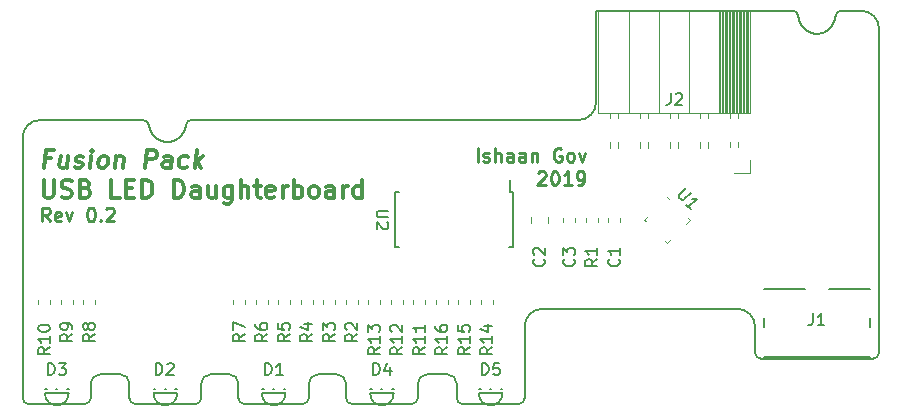
<source format=gbr>
%TF.GenerationSoftware,KiCad,Pcbnew,(5.0.0)*%
%TF.CreationDate,2019-04-13T23:36:30-04:00*%
%TF.ProjectId,Fusion USB Daughter Board,467573696F6E20555342204461756768,rev?*%
%TF.SameCoordinates,Original*%
%TF.FileFunction,Legend,Top*%
%TF.FilePolarity,Positive*%
%FSLAX46Y46*%
G04 Gerber Fmt 4.6, Leading zero omitted, Abs format (unit mm)*
G04 Created by KiCad (PCBNEW (5.0.0)) date 04/13/19 23:36:30*
%MOMM*%
%LPD*%
G01*
G04 APERTURE LIST*
%ADD10C,0.254000*%
%ADD11C,0.304800*%
%ADD12C,0.200000*%
%ADD13C,0.120000*%
%ADD14C,0.152400*%
%ADD15C,0.203200*%
%ADD16C,0.150000*%
G04 APERTURE END LIST*
D10*
X146278042Y-111832821D02*
X146278042Y-110689821D01*
X146767900Y-111778392D02*
X146876757Y-111832821D01*
X147094471Y-111832821D01*
X147203328Y-111778392D01*
X147257757Y-111669535D01*
X147257757Y-111615107D01*
X147203328Y-111506250D01*
X147094471Y-111451821D01*
X146931185Y-111451821D01*
X146822328Y-111397392D01*
X146767900Y-111288535D01*
X146767900Y-111234107D01*
X146822328Y-111125250D01*
X146931185Y-111070821D01*
X147094471Y-111070821D01*
X147203328Y-111125250D01*
X147747614Y-111832821D02*
X147747614Y-110689821D01*
X148237471Y-111832821D02*
X148237471Y-111234107D01*
X148183042Y-111125250D01*
X148074185Y-111070821D01*
X147910900Y-111070821D01*
X147802042Y-111125250D01*
X147747614Y-111179678D01*
X149271614Y-111832821D02*
X149271614Y-111234107D01*
X149217185Y-111125250D01*
X149108328Y-111070821D01*
X148890614Y-111070821D01*
X148781757Y-111125250D01*
X149271614Y-111778392D02*
X149162757Y-111832821D01*
X148890614Y-111832821D01*
X148781757Y-111778392D01*
X148727328Y-111669535D01*
X148727328Y-111560678D01*
X148781757Y-111451821D01*
X148890614Y-111397392D01*
X149162757Y-111397392D01*
X149271614Y-111342964D01*
X150305757Y-111832821D02*
X150305757Y-111234107D01*
X150251328Y-111125250D01*
X150142471Y-111070821D01*
X149924757Y-111070821D01*
X149815900Y-111125250D01*
X150305757Y-111778392D02*
X150196900Y-111832821D01*
X149924757Y-111832821D01*
X149815900Y-111778392D01*
X149761471Y-111669535D01*
X149761471Y-111560678D01*
X149815900Y-111451821D01*
X149924757Y-111397392D01*
X150196900Y-111397392D01*
X150305757Y-111342964D01*
X150850042Y-111070821D02*
X150850042Y-111832821D01*
X150850042Y-111179678D02*
X150904471Y-111125250D01*
X151013328Y-111070821D01*
X151176614Y-111070821D01*
X151285471Y-111125250D01*
X151339900Y-111234107D01*
X151339900Y-111832821D01*
X153353757Y-110744250D02*
X153244900Y-110689821D01*
X153081614Y-110689821D01*
X152918328Y-110744250D01*
X152809471Y-110853107D01*
X152755042Y-110961964D01*
X152700614Y-111179678D01*
X152700614Y-111342964D01*
X152755042Y-111560678D01*
X152809471Y-111669535D01*
X152918328Y-111778392D01*
X153081614Y-111832821D01*
X153190471Y-111832821D01*
X153353757Y-111778392D01*
X153408185Y-111723964D01*
X153408185Y-111342964D01*
X153190471Y-111342964D01*
X154061328Y-111832821D02*
X153952471Y-111778392D01*
X153898042Y-111723964D01*
X153843614Y-111615107D01*
X153843614Y-111288535D01*
X153898042Y-111179678D01*
X153952471Y-111125250D01*
X154061328Y-111070821D01*
X154224614Y-111070821D01*
X154333471Y-111125250D01*
X154387900Y-111179678D01*
X154442328Y-111288535D01*
X154442328Y-111615107D01*
X154387900Y-111723964D01*
X154333471Y-111778392D01*
X154224614Y-111832821D01*
X154061328Y-111832821D01*
X154823328Y-111070821D02*
X155095471Y-111832821D01*
X155367614Y-111070821D01*
X151394328Y-112767178D02*
X151448757Y-112712750D01*
X151557614Y-112658321D01*
X151829757Y-112658321D01*
X151938614Y-112712750D01*
X151993042Y-112767178D01*
X152047471Y-112876035D01*
X152047471Y-112984892D01*
X151993042Y-113148178D01*
X151339900Y-113801321D01*
X152047471Y-113801321D01*
X152755042Y-112658321D02*
X152863900Y-112658321D01*
X152972757Y-112712750D01*
X153027185Y-112767178D01*
X153081614Y-112876035D01*
X153136042Y-113093750D01*
X153136042Y-113365892D01*
X153081614Y-113583607D01*
X153027185Y-113692464D01*
X152972757Y-113746892D01*
X152863900Y-113801321D01*
X152755042Y-113801321D01*
X152646185Y-113746892D01*
X152591757Y-113692464D01*
X152537328Y-113583607D01*
X152482900Y-113365892D01*
X152482900Y-113093750D01*
X152537328Y-112876035D01*
X152591757Y-112767178D01*
X152646185Y-112712750D01*
X152755042Y-112658321D01*
X154224614Y-113801321D02*
X153571471Y-113801321D01*
X153898042Y-113801321D02*
X153898042Y-112658321D01*
X153789185Y-112821607D01*
X153680328Y-112930464D01*
X153571471Y-112984892D01*
X154768900Y-113801321D02*
X154986614Y-113801321D01*
X155095471Y-113746892D01*
X155149900Y-113692464D01*
X155258757Y-113529178D01*
X155313185Y-113311464D01*
X155313185Y-112876035D01*
X155258757Y-112767178D01*
X155204328Y-112712750D01*
X155095471Y-112658321D01*
X154877757Y-112658321D01*
X154768900Y-112712750D01*
X154714471Y-112767178D01*
X154660042Y-112876035D01*
X154660042Y-113148178D01*
X154714471Y-113257035D01*
X154768900Y-113311464D01*
X154877757Y-113365892D01*
X155095471Y-113365892D01*
X155204328Y-113311464D01*
X155258757Y-113257035D01*
X155313185Y-113148178D01*
X110050385Y-116881071D02*
X109669385Y-116336785D01*
X109397242Y-116881071D02*
X109397242Y-115738071D01*
X109832671Y-115738071D01*
X109941528Y-115792500D01*
X109995957Y-115846928D01*
X110050385Y-115955785D01*
X110050385Y-116119071D01*
X109995957Y-116227928D01*
X109941528Y-116282357D01*
X109832671Y-116336785D01*
X109397242Y-116336785D01*
X110975671Y-116826642D02*
X110866814Y-116881071D01*
X110649100Y-116881071D01*
X110540242Y-116826642D01*
X110485814Y-116717785D01*
X110485814Y-116282357D01*
X110540242Y-116173500D01*
X110649100Y-116119071D01*
X110866814Y-116119071D01*
X110975671Y-116173500D01*
X111030100Y-116282357D01*
X111030100Y-116391214D01*
X110485814Y-116500071D01*
X111411100Y-116119071D02*
X111683242Y-116881071D01*
X111955385Y-116119071D01*
X113479385Y-115738071D02*
X113588242Y-115738071D01*
X113697100Y-115792500D01*
X113751528Y-115846928D01*
X113805957Y-115955785D01*
X113860385Y-116173500D01*
X113860385Y-116445642D01*
X113805957Y-116663357D01*
X113751528Y-116772214D01*
X113697100Y-116826642D01*
X113588242Y-116881071D01*
X113479385Y-116881071D01*
X113370528Y-116826642D01*
X113316100Y-116772214D01*
X113261671Y-116663357D01*
X113207242Y-116445642D01*
X113207242Y-116173500D01*
X113261671Y-115955785D01*
X113316100Y-115846928D01*
X113370528Y-115792500D01*
X113479385Y-115738071D01*
X114350242Y-116772214D02*
X114404671Y-116826642D01*
X114350242Y-116881071D01*
X114295814Y-116826642D01*
X114350242Y-116772214D01*
X114350242Y-116881071D01*
X114840100Y-115846928D02*
X114894528Y-115792500D01*
X115003385Y-115738071D01*
X115275528Y-115738071D01*
X115384385Y-115792500D01*
X115438814Y-115846928D01*
X115493242Y-115955785D01*
X115493242Y-116064642D01*
X115438814Y-116227928D01*
X114785671Y-116881071D01*
X115493242Y-116881071D01*
D11*
X109520977Y-113370428D02*
X109520977Y-114604142D01*
X109593548Y-114749285D01*
X109666120Y-114821857D01*
X109811262Y-114894428D01*
X110101548Y-114894428D01*
X110246691Y-114821857D01*
X110319262Y-114749285D01*
X110391834Y-114604142D01*
X110391834Y-113370428D01*
X111044977Y-114821857D02*
X111262691Y-114894428D01*
X111625548Y-114894428D01*
X111770691Y-114821857D01*
X111843262Y-114749285D01*
X111915834Y-114604142D01*
X111915834Y-114459000D01*
X111843262Y-114313857D01*
X111770691Y-114241285D01*
X111625548Y-114168714D01*
X111335262Y-114096142D01*
X111190120Y-114023571D01*
X111117548Y-113951000D01*
X111044977Y-113805857D01*
X111044977Y-113660714D01*
X111117548Y-113515571D01*
X111190120Y-113443000D01*
X111335262Y-113370428D01*
X111698120Y-113370428D01*
X111915834Y-113443000D01*
X113076977Y-114096142D02*
X113294691Y-114168714D01*
X113367262Y-114241285D01*
X113439834Y-114386428D01*
X113439834Y-114604142D01*
X113367262Y-114749285D01*
X113294691Y-114821857D01*
X113149548Y-114894428D01*
X112568977Y-114894428D01*
X112568977Y-113370428D01*
X113076977Y-113370428D01*
X113222120Y-113443000D01*
X113294691Y-113515571D01*
X113367262Y-113660714D01*
X113367262Y-113805857D01*
X113294691Y-113951000D01*
X113222120Y-114023571D01*
X113076977Y-114096142D01*
X112568977Y-114096142D01*
X115979834Y-114894428D02*
X115254120Y-114894428D01*
X115254120Y-113370428D01*
X116487834Y-114096142D02*
X116995834Y-114096142D01*
X117213548Y-114894428D02*
X116487834Y-114894428D01*
X116487834Y-113370428D01*
X117213548Y-113370428D01*
X117866691Y-114894428D02*
X117866691Y-113370428D01*
X118229548Y-113370428D01*
X118447262Y-113443000D01*
X118592405Y-113588142D01*
X118664977Y-113733285D01*
X118737548Y-114023571D01*
X118737548Y-114241285D01*
X118664977Y-114531571D01*
X118592405Y-114676714D01*
X118447262Y-114821857D01*
X118229548Y-114894428D01*
X117866691Y-114894428D01*
X120551834Y-114894428D02*
X120551834Y-113370428D01*
X120914691Y-113370428D01*
X121132405Y-113443000D01*
X121277548Y-113588142D01*
X121350120Y-113733285D01*
X121422691Y-114023571D01*
X121422691Y-114241285D01*
X121350120Y-114531571D01*
X121277548Y-114676714D01*
X121132405Y-114821857D01*
X120914691Y-114894428D01*
X120551834Y-114894428D01*
X122728977Y-114894428D02*
X122728977Y-114096142D01*
X122656405Y-113951000D01*
X122511262Y-113878428D01*
X122220977Y-113878428D01*
X122075834Y-113951000D01*
X122728977Y-114821857D02*
X122583834Y-114894428D01*
X122220977Y-114894428D01*
X122075834Y-114821857D01*
X122003262Y-114676714D01*
X122003262Y-114531571D01*
X122075834Y-114386428D01*
X122220977Y-114313857D01*
X122583834Y-114313857D01*
X122728977Y-114241285D01*
X124107834Y-113878428D02*
X124107834Y-114894428D01*
X123454691Y-113878428D02*
X123454691Y-114676714D01*
X123527262Y-114821857D01*
X123672405Y-114894428D01*
X123890120Y-114894428D01*
X124035262Y-114821857D01*
X124107834Y-114749285D01*
X125486691Y-113878428D02*
X125486691Y-115112142D01*
X125414120Y-115257285D01*
X125341548Y-115329857D01*
X125196405Y-115402428D01*
X124978691Y-115402428D01*
X124833548Y-115329857D01*
X125486691Y-114821857D02*
X125341548Y-114894428D01*
X125051262Y-114894428D01*
X124906120Y-114821857D01*
X124833548Y-114749285D01*
X124760977Y-114604142D01*
X124760977Y-114168714D01*
X124833548Y-114023571D01*
X124906120Y-113951000D01*
X125051262Y-113878428D01*
X125341548Y-113878428D01*
X125486691Y-113951000D01*
X126212405Y-114894428D02*
X126212405Y-113370428D01*
X126865548Y-114894428D02*
X126865548Y-114096142D01*
X126792977Y-113951000D01*
X126647834Y-113878428D01*
X126430120Y-113878428D01*
X126284977Y-113951000D01*
X126212405Y-114023571D01*
X127373548Y-113878428D02*
X127954120Y-113878428D01*
X127591262Y-113370428D02*
X127591262Y-114676714D01*
X127663834Y-114821857D01*
X127808977Y-114894428D01*
X127954120Y-114894428D01*
X129042691Y-114821857D02*
X128897548Y-114894428D01*
X128607262Y-114894428D01*
X128462120Y-114821857D01*
X128389548Y-114676714D01*
X128389548Y-114096142D01*
X128462120Y-113951000D01*
X128607262Y-113878428D01*
X128897548Y-113878428D01*
X129042691Y-113951000D01*
X129115262Y-114096142D01*
X129115262Y-114241285D01*
X128389548Y-114386428D01*
X129768405Y-114894428D02*
X129768405Y-113878428D01*
X129768405Y-114168714D02*
X129840977Y-114023571D01*
X129913548Y-113951000D01*
X130058691Y-113878428D01*
X130203834Y-113878428D01*
X130711834Y-114894428D02*
X130711834Y-113370428D01*
X130711834Y-113951000D02*
X130856977Y-113878428D01*
X131147262Y-113878428D01*
X131292405Y-113951000D01*
X131364977Y-114023571D01*
X131437548Y-114168714D01*
X131437548Y-114604142D01*
X131364977Y-114749285D01*
X131292405Y-114821857D01*
X131147262Y-114894428D01*
X130856977Y-114894428D01*
X130711834Y-114821857D01*
X132308405Y-114894428D02*
X132163262Y-114821857D01*
X132090691Y-114749285D01*
X132018119Y-114604142D01*
X132018119Y-114168714D01*
X132090691Y-114023571D01*
X132163262Y-113951000D01*
X132308405Y-113878428D01*
X132526119Y-113878428D01*
X132671262Y-113951000D01*
X132743834Y-114023571D01*
X132816405Y-114168714D01*
X132816405Y-114604142D01*
X132743834Y-114749285D01*
X132671262Y-114821857D01*
X132526119Y-114894428D01*
X132308405Y-114894428D01*
X134122691Y-114894428D02*
X134122691Y-114096142D01*
X134050119Y-113951000D01*
X133904977Y-113878428D01*
X133614691Y-113878428D01*
X133469548Y-113951000D01*
X134122691Y-114821857D02*
X133977548Y-114894428D01*
X133614691Y-114894428D01*
X133469548Y-114821857D01*
X133396977Y-114676714D01*
X133396977Y-114531571D01*
X133469548Y-114386428D01*
X133614691Y-114313857D01*
X133977548Y-114313857D01*
X134122691Y-114241285D01*
X134848405Y-114894428D02*
X134848405Y-113878428D01*
X134848405Y-114168714D02*
X134920977Y-114023571D01*
X134993548Y-113951000D01*
X135138691Y-113878428D01*
X135283834Y-113878428D01*
X136444977Y-114894428D02*
X136444977Y-113370428D01*
X136444977Y-114821857D02*
X136299834Y-114894428D01*
X136009548Y-114894428D01*
X135864405Y-114821857D01*
X135791834Y-114749285D01*
X135719262Y-114604142D01*
X135719262Y-114168714D01*
X135791834Y-114023571D01*
X135864405Y-113951000D01*
X136009548Y-113878428D01*
X136299834Y-113878428D01*
X136444977Y-113951000D01*
X110137834Y-111556142D02*
X109629834Y-111556142D01*
X109530048Y-112354428D02*
X109720548Y-110830428D01*
X110446262Y-110830428D01*
X111616477Y-111338428D02*
X111489477Y-112354428D01*
X110963334Y-111338428D02*
X110863548Y-112136714D01*
X110917977Y-112281857D01*
X111054048Y-112354428D01*
X111271762Y-112354428D01*
X111425977Y-112281857D01*
X111507620Y-112209285D01*
X112151691Y-112281857D02*
X112287762Y-112354428D01*
X112578048Y-112354428D01*
X112732262Y-112281857D01*
X112822977Y-112136714D01*
X112832048Y-112064142D01*
X112777620Y-111919000D01*
X112641548Y-111846428D01*
X112423834Y-111846428D01*
X112287762Y-111773857D01*
X112233334Y-111628714D01*
X112242405Y-111556142D01*
X112333120Y-111411000D01*
X112487334Y-111338428D01*
X112705048Y-111338428D01*
X112841120Y-111411000D01*
X113448905Y-112354428D02*
X113575905Y-111338428D01*
X113639405Y-110830428D02*
X113557762Y-110903000D01*
X113621262Y-110975571D01*
X113702905Y-110903000D01*
X113639405Y-110830428D01*
X113621262Y-110975571D01*
X114392334Y-112354428D02*
X114256262Y-112281857D01*
X114192762Y-112209285D01*
X114138334Y-112064142D01*
X114192762Y-111628714D01*
X114283477Y-111483571D01*
X114365120Y-111411000D01*
X114519334Y-111338428D01*
X114737048Y-111338428D01*
X114873120Y-111411000D01*
X114936620Y-111483571D01*
X114991048Y-111628714D01*
X114936620Y-112064142D01*
X114845905Y-112209285D01*
X114764262Y-112281857D01*
X114610048Y-112354428D01*
X114392334Y-112354428D01*
X115680477Y-111338428D02*
X115553477Y-112354428D01*
X115662334Y-111483571D02*
X115743977Y-111411000D01*
X115898191Y-111338428D01*
X116115905Y-111338428D01*
X116251977Y-111411000D01*
X116306405Y-111556142D01*
X116206620Y-112354428D01*
X118093477Y-112354428D02*
X118283977Y-110830428D01*
X118864548Y-110830428D01*
X119000620Y-110903000D01*
X119064120Y-110975571D01*
X119118548Y-111120714D01*
X119091334Y-111338428D01*
X119000620Y-111483571D01*
X118918977Y-111556142D01*
X118764762Y-111628714D01*
X118184191Y-111628714D01*
X120270620Y-112354428D02*
X120370405Y-111556142D01*
X120315977Y-111411000D01*
X120179905Y-111338428D01*
X119889620Y-111338428D01*
X119735405Y-111411000D01*
X120279691Y-112281857D02*
X120125477Y-112354428D01*
X119762620Y-112354428D01*
X119626548Y-112281857D01*
X119572120Y-112136714D01*
X119590262Y-111991571D01*
X119680977Y-111846428D01*
X119835191Y-111773857D01*
X120198048Y-111773857D01*
X120352262Y-111701285D01*
X121658548Y-112281857D02*
X121504334Y-112354428D01*
X121214048Y-112354428D01*
X121077977Y-112281857D01*
X121014477Y-112209285D01*
X120960048Y-112064142D01*
X121014477Y-111628714D01*
X121105191Y-111483571D01*
X121186834Y-111411000D01*
X121341048Y-111338428D01*
X121631334Y-111338428D01*
X121767405Y-111411000D01*
X122302620Y-112354428D02*
X122493120Y-110830428D01*
X122520334Y-111773857D02*
X122883191Y-112354428D01*
X123010191Y-111338428D02*
X122357048Y-111919000D01*
D12*
X175844523Y-100731300D02*
X175874537Y-100710100D01*
X175248101Y-100977300D02*
X175283192Y-100970800D01*
X175035584Y-100998300D02*
X175071150Y-100997000D01*
X174787114Y-100983000D02*
X174822434Y-100987800D01*
X174409341Y-100873400D02*
X174442557Y-100887500D01*
X174247966Y-100790400D02*
X174279560Y-100808600D01*
X176071720Y-100541600D02*
X176097880Y-100514800D01*
X176097880Y-100514800D02*
X176123490Y-100487400D01*
X174751899Y-100977300D02*
X174787114Y-100983000D01*
X174543794Y-100925100D02*
X174578013Y-100935900D01*
X176045030Y-100567700D02*
X176071720Y-100541600D01*
X175990122Y-100617900D02*
X176017830Y-100593200D01*
X175814091Y-100751700D02*
X175844523Y-100731300D01*
X175961925Y-100642000D02*
X175990122Y-100617900D01*
X174928850Y-100997000D02*
X174964416Y-100998300D01*
X175318144Y-100963300D02*
X175352939Y-100955000D01*
X175933253Y-100665400D02*
X175961925Y-100642000D01*
X175106680Y-100994800D02*
X175142158Y-100991800D01*
X175142158Y-100991800D02*
X175177566Y-100987800D01*
X174857842Y-100991800D02*
X174893320Y-100994800D01*
X175071150Y-100997000D02*
X175106680Y-100994800D01*
X175904118Y-100688100D02*
X175933253Y-100665400D01*
X175456206Y-100925100D02*
X175490200Y-100913400D01*
X175874537Y-100710100D02*
X175904118Y-100688100D01*
X175783256Y-100771500D02*
X175814091Y-100751700D01*
X175752034Y-100790400D02*
X175783256Y-100771500D01*
X175623583Y-100858400D02*
X175656199Y-100842600D01*
X174578013Y-100935900D02*
X174612442Y-100945900D01*
X175387558Y-100945900D02*
X175421987Y-100935900D01*
X174376417Y-100858400D02*
X174409341Y-100873400D01*
X175352939Y-100955000D02*
X175387558Y-100945900D01*
X175283192Y-100970800D02*
X175318144Y-100963300D01*
X175212886Y-100983000D02*
X175248101Y-100977300D01*
X174647061Y-100955000D02*
X174681856Y-100963300D01*
X174893320Y-100994800D02*
X174928850Y-100997000D01*
X174822434Y-100987800D02*
X174857842Y-100991800D01*
X175720440Y-100808600D02*
X175752034Y-100790400D01*
X174612442Y-100945900D02*
X174647061Y-100955000D01*
X174311510Y-100826000D02*
X174343801Y-100842600D01*
X174681856Y-100963300D02*
X174716808Y-100970800D01*
X174343801Y-100842600D02*
X174376417Y-100858400D01*
X175177566Y-100987800D02*
X175212886Y-100983000D01*
X175688490Y-100826000D02*
X175720440Y-100808600D01*
X174716808Y-100970800D02*
X174751899Y-100977300D01*
X175656199Y-100842600D02*
X175688490Y-100826000D01*
X175490200Y-100913400D02*
X175523951Y-100900900D01*
X174509800Y-100913400D02*
X174543794Y-100925100D01*
X174964416Y-100998300D02*
X175000000Y-100998800D01*
X174279560Y-100808600D02*
X174311510Y-100826000D01*
X175421987Y-100935900D02*
X175456206Y-100925100D01*
X175523951Y-100900900D02*
X175557443Y-100887500D01*
X174442557Y-100887500D02*
X174476049Y-100900900D01*
X175000000Y-100998800D02*
X175035584Y-100998300D01*
X175557443Y-100887500D02*
X175590659Y-100873400D01*
X176017830Y-100593200D02*
X176045030Y-100567700D01*
X175590659Y-100873400D02*
X175623583Y-100858400D01*
X174476049Y-100900900D02*
X174509800Y-100913400D01*
X121071400Y-109698700D02*
X121096800Y-109672700D01*
X120541500Y-110050700D02*
X120573900Y-110037400D01*
X119965500Y-110155100D02*
X120000000Y-110155500D01*
X120342600Y-110114300D02*
X120376200Y-110105700D01*
X119759200Y-110135300D02*
X119793400Y-110140700D01*
X119590300Y-110096300D02*
X119623800Y-110105700D01*
X121045500Y-109724000D02*
X121071400Y-109698700D01*
X120103500Y-110151800D02*
X120137900Y-110148900D01*
X120069000Y-110153900D02*
X120103500Y-110151800D01*
X120034500Y-110155100D02*
X120069000Y-110153900D01*
X119896500Y-110151800D02*
X119931000Y-110153900D01*
X119268600Y-109959200D02*
X119299500Y-109976300D01*
X121019100Y-109748700D02*
X121045500Y-109724000D01*
X120240800Y-110135300D02*
X120274800Y-110129100D01*
X119557000Y-110086100D02*
X119590300Y-110096300D01*
X119238100Y-109941300D02*
X119268600Y-109959200D01*
X119491100Y-110063300D02*
X119524000Y-110075100D01*
X120606000Y-110023300D02*
X120637800Y-110008400D01*
X119207900Y-109922700D02*
X119238100Y-109941300D01*
X120992200Y-109772800D02*
X121019100Y-109748700D01*
X120409700Y-110096300D02*
X120443000Y-110086100D01*
X120443000Y-110086100D02*
X120476000Y-110075100D01*
X120172300Y-110145200D02*
X120206600Y-110140700D01*
X120731400Y-109959200D02*
X120761900Y-109941300D01*
X120376200Y-110105700D02*
X120409700Y-110096300D01*
X119119700Y-109862600D02*
X119148700Y-109883300D01*
X120964900Y-109796300D02*
X120992200Y-109772800D01*
X120937200Y-109819000D02*
X120964900Y-109796300D01*
X120909000Y-109841100D02*
X120937200Y-109819000D01*
X120880300Y-109862600D02*
X120909000Y-109841100D01*
X120851300Y-109883300D02*
X120880300Y-109862600D01*
X120669300Y-109992700D02*
X120700500Y-109976300D01*
X119931000Y-110153900D02*
X119965500Y-110155100D01*
X119725200Y-110129100D02*
X119759200Y-110135300D01*
X120637800Y-110008400D02*
X120669300Y-109992700D01*
X120573900Y-110037400D02*
X120606000Y-110023300D01*
X120508900Y-110063300D02*
X120541500Y-110050700D01*
X119394000Y-110023300D02*
X119426100Y-110037400D01*
X120206600Y-110140700D02*
X120240800Y-110135300D01*
X119330700Y-109992700D02*
X119362200Y-110008400D01*
X120137900Y-110148900D02*
X120172300Y-110145200D01*
X119691200Y-110122100D02*
X119725200Y-110129100D01*
X119524000Y-110075100D02*
X119557000Y-110086100D01*
X119657400Y-110114300D02*
X119691200Y-110122100D01*
X119362200Y-110008400D02*
X119394000Y-110023300D01*
X120792100Y-109922700D02*
X120821900Y-109903300D01*
X120761900Y-109941300D02*
X120792100Y-109922700D01*
X120476000Y-110075100D02*
X120508900Y-110063300D01*
X119299500Y-109976300D02*
X119330700Y-109992700D01*
X120700500Y-109976300D02*
X120731400Y-109959200D01*
X120274800Y-110129100D02*
X120308800Y-110122100D01*
X119862100Y-110148900D02*
X119896500Y-110151800D01*
X119623800Y-110105700D02*
X119657400Y-110114300D01*
X119458500Y-110050700D02*
X119491100Y-110063300D01*
X119426100Y-110037400D02*
X119458500Y-110050700D01*
X119091000Y-109841100D02*
X119119700Y-109862600D01*
X120308800Y-110122100D02*
X120342600Y-110114300D01*
X119793400Y-110140700D02*
X119827700Y-110145200D01*
X119062800Y-109819000D02*
X119091000Y-109841100D01*
X119148700Y-109883300D02*
X119178100Y-109903300D01*
X120821900Y-109903300D02*
X120851300Y-109883300D01*
X120000000Y-110155500D02*
X120034500Y-110155100D01*
X119178100Y-109903300D02*
X119207900Y-109922700D01*
X119827700Y-110145200D02*
X119862100Y-110148900D01*
X176327570Y-100214200D02*
X176347110Y-100181200D01*
X176220260Y-100371600D02*
X176242980Y-100341200D01*
X176196950Y-100401400D02*
X176220260Y-100371600D01*
X118451500Y-108826800D02*
X118460600Y-108863800D01*
X176265070Y-100310200D02*
X176286550Y-100278700D01*
X176527100Y-99752900D02*
X176537340Y-99715100D01*
X176401670Y-100079400D02*
X176418480Y-100044600D01*
X176148550Y-100459300D02*
X176173040Y-100430700D01*
X118460600Y-108863800D02*
X118470400Y-108900600D01*
X176577050Y-99522700D02*
X176582670Y-99483700D01*
X176537340Y-99715100D02*
X176546820Y-99677100D01*
X118573700Y-109184400D02*
X118589700Y-109218400D01*
X118954500Y-109724000D02*
X118980900Y-109748700D01*
X118980900Y-109748700D02*
X119007800Y-109772800D01*
X118928600Y-109698700D02*
X118954500Y-109724000D01*
X118762000Y-109504700D02*
X118784200Y-109534100D01*
X118903200Y-109672700D02*
X118928600Y-109698700D01*
X118878400Y-109646100D02*
X118903200Y-109672700D01*
X118854000Y-109619000D02*
X118878400Y-109646100D01*
X118830200Y-109591200D02*
X118854000Y-109619000D01*
X176478640Y-99901400D02*
X176491870Y-99864800D01*
X118558400Y-109150100D02*
X118573700Y-109184400D01*
X118492000Y-108973300D02*
X118503900Y-109009300D01*
X118435600Y-108752300D02*
X118443200Y-108789700D01*
X176563480Y-99600300D02*
X176570650Y-99561600D01*
X176434590Y-100009300D02*
X176450000Y-99973700D01*
X176464680Y-99937800D02*
X176478640Y-99901400D01*
X176384160Y-100113700D02*
X176401670Y-100079400D01*
X176347110Y-100181200D02*
X176365970Y-100147700D01*
X176418480Y-100044600D02*
X176434590Y-100009300D01*
X176504360Y-99827800D02*
X176516100Y-99790500D01*
X176173040Y-100430700D02*
X176196950Y-100401400D01*
X176242980Y-100341200D02*
X176265070Y-100310200D01*
X118443200Y-108789700D02*
X118451500Y-108826800D01*
X176516100Y-99790500D02*
X176527100Y-99752900D01*
X118806900Y-109563000D02*
X118830200Y-109591200D01*
X118543700Y-109115400D02*
X118558400Y-109150100D01*
X118784200Y-109534100D02*
X118806900Y-109563000D01*
X118719400Y-109444400D02*
X118740400Y-109474800D01*
X118699000Y-109413500D02*
X118719400Y-109444400D01*
X118529800Y-109080400D02*
X118543700Y-109115400D01*
X118660100Y-109350200D02*
X118679200Y-109382100D01*
X118623600Y-109285200D02*
X118641500Y-109317900D01*
X118606300Y-109252000D02*
X118623600Y-109285200D01*
X176307380Y-100246700D02*
X176327570Y-100214200D01*
X118503900Y-109009300D02*
X118516500Y-109045000D01*
X118470400Y-108900600D02*
X118480800Y-108937100D01*
X118428700Y-108714700D02*
X118435600Y-108752300D01*
X176546820Y-99677100D02*
X176555540Y-99638800D01*
X176123490Y-100487400D02*
X176148550Y-100459300D01*
X176570650Y-99561600D02*
X176577050Y-99522700D01*
X176491870Y-99864800D02*
X176504360Y-99827800D01*
X176286550Y-100278700D02*
X176307380Y-100246700D01*
X176365970Y-100147700D02*
X176384160Y-100113700D01*
X119035100Y-109796300D02*
X119062800Y-109819000D01*
X118589700Y-109218400D02*
X118606300Y-109252000D01*
X119007800Y-109772800D02*
X119035100Y-109796300D01*
X118740400Y-109474800D02*
X118762000Y-109504700D01*
X118480800Y-108937100D02*
X118492000Y-108973300D01*
X176555540Y-99638800D02*
X176563480Y-99600300D01*
X118679200Y-109382100D02*
X118699000Y-109413500D01*
X118641500Y-109317900D02*
X118660100Y-109350200D01*
X118516500Y-109045000D02*
X118529800Y-109080400D01*
X176450000Y-99973700D02*
X176464680Y-99937800D01*
X121441600Y-109150100D02*
X121456300Y-109115400D01*
X121358500Y-109317900D02*
X121376400Y-109285200D01*
X121339900Y-109350200D02*
X121358500Y-109317900D01*
X121393700Y-109252000D02*
X121410300Y-109218400D01*
X121496100Y-109009300D02*
X121508000Y-108973300D01*
X121301000Y-109413500D02*
X121320800Y-109382100D01*
X121121600Y-109646100D02*
X121146000Y-109619000D01*
X121548500Y-108826800D02*
X121556800Y-108789700D01*
X121564400Y-108752300D02*
X121571300Y-108714700D01*
X121519200Y-108937100D02*
X121529600Y-108900600D01*
X121215800Y-109534100D02*
X121238000Y-109504700D01*
X121539400Y-108863800D02*
X121548500Y-108826800D01*
X121483500Y-109045000D02*
X121496100Y-109009300D01*
X121456300Y-109115400D02*
X121470200Y-109080400D01*
X121508000Y-108973300D02*
X121519200Y-108937100D01*
X121146000Y-109619000D02*
X121169800Y-109591200D01*
X121320800Y-109382100D02*
X121339900Y-109350200D01*
X121376400Y-109285200D02*
X121393700Y-109252000D01*
X121426300Y-109184400D02*
X121441600Y-109150100D01*
X121259600Y-109474800D02*
X121280600Y-109444400D01*
X121280600Y-109444400D02*
X121301000Y-109413500D01*
X121556800Y-108789700D02*
X121564400Y-108752300D01*
X121410300Y-109218400D02*
X121426300Y-109184400D01*
X121470200Y-109080400D02*
X121483500Y-109045000D01*
X121169800Y-109591200D02*
X121193100Y-109563000D01*
X121096800Y-109672700D02*
X121121600Y-109646100D01*
X121238000Y-109504700D02*
X121259600Y-109474800D01*
X121529600Y-108900600D02*
X121539400Y-108863800D01*
X121193100Y-109563000D02*
X121215800Y-109534100D01*
X117936045Y-108299999D02*
G75*
G02X118428722Y-108714735I0J-500001D01*
G01*
X107750476Y-109800000D02*
G75*
G02X109250476Y-108300000I1500000J0D01*
G01*
X108250476Y-132350000D02*
X113014721Y-132350000D01*
X108250476Y-132350000D02*
G75*
G02X107750476Y-131850000I0J500000D01*
G01*
X117936045Y-108300000D02*
X109250476Y-108300000D01*
X107750476Y-109800000D02*
X107750476Y-131850000D01*
X113514721Y-131850000D02*
G75*
G02X113014721Y-132350000I-500000J0D01*
G01*
X174125463Y-100710100D02*
X174155477Y-100731300D01*
X173928280Y-100541600D02*
X173954970Y-100567700D01*
X174095882Y-100688100D02*
X174125463Y-100710100D01*
X174066747Y-100665400D02*
X174095882Y-100688100D01*
X174038075Y-100642000D02*
X174066747Y-100665400D01*
X173713450Y-100278700D02*
X173734930Y-100310200D01*
X173565410Y-100009300D02*
X173581520Y-100044600D01*
X173757020Y-100341200D02*
X173779740Y-100371600D01*
X174009878Y-100617900D02*
X174038075Y-100642000D01*
X173672430Y-100214200D02*
X173692620Y-100246700D01*
X173615840Y-100113700D02*
X173634030Y-100147700D01*
X173851450Y-100459300D02*
X173876510Y-100487400D01*
X173652890Y-100181200D02*
X173672430Y-100214200D01*
X174216744Y-100771500D02*
X174247966Y-100790400D01*
X174185909Y-100751700D02*
X174216744Y-100771500D01*
X174155477Y-100731300D02*
X174185909Y-100751700D01*
X173634030Y-100147700D02*
X173652890Y-100181200D01*
X173734930Y-100310200D02*
X173757020Y-100341200D01*
X173598330Y-100079400D02*
X173615840Y-100113700D01*
X173982170Y-100593200D02*
X174009878Y-100617900D01*
X173954970Y-100567700D02*
X173982170Y-100593200D01*
X173692620Y-100246700D02*
X173713450Y-100278700D01*
X173581520Y-100044600D02*
X173598330Y-100079400D01*
X173826960Y-100430700D02*
X173851450Y-100459300D01*
X173779740Y-100371600D02*
X173803050Y-100401400D01*
X173803050Y-100401400D02*
X173826960Y-100430700D01*
X173876510Y-100487400D02*
X173902120Y-100514800D01*
X173902120Y-100514800D02*
X173928280Y-100541600D01*
X126523615Y-132350000D02*
X131476385Y-132350000D01*
X172921746Y-99050000D02*
X156300000Y-99050000D01*
X172921746Y-99050000D02*
G75*
G02X173417335Y-99483729I0J-500000D01*
G01*
X170250000Y-128500000D02*
X179750000Y-128500000D01*
X173550000Y-99973700D02*
X173565410Y-100009300D01*
X173535320Y-99937800D02*
X173550000Y-99973700D01*
X173444460Y-99638800D02*
X173453180Y-99677100D01*
X125273615Y-129850000D02*
G75*
G02X126023615Y-130600000I0J-750000D01*
G01*
X173417330Y-99483700D02*
X173422950Y-99522700D01*
X156300000Y-106800000D02*
G75*
G02X154800000Y-108300000I-1500000J0D01*
G01*
X150249524Y-125789340D02*
G75*
G02X151749524Y-124289340I1500000J0D01*
G01*
X180250000Y-128000000D02*
X180250000Y-100550000D01*
X180250000Y-128000000D02*
G75*
G02X179750000Y-128500000I-500000J0D01*
G01*
X117296238Y-132350000D02*
X122370701Y-132350000D01*
X141203762Y-131850000D02*
X141203762Y-130600000D01*
X173521360Y-99901400D02*
X173535320Y-99937800D01*
X123620701Y-129850000D02*
X125273615Y-129850000D01*
X122870701Y-131850000D02*
G75*
G02X122370701Y-132350000I-500000J0D01*
G01*
X122870701Y-130600000D02*
G75*
G02X123620701Y-129850000I750000J0D01*
G01*
X173508130Y-99864800D02*
X173521360Y-99901400D01*
X132726385Y-129850000D02*
X134379299Y-129850000D01*
X173495640Y-99827800D02*
X173508130Y-99864800D01*
X173472900Y-99752900D02*
X173483900Y-99790500D01*
X173436520Y-99600300D02*
X173444460Y-99638800D01*
X173462660Y-99715100D02*
X173472900Y-99752900D01*
X173429350Y-99561600D02*
X173436520Y-99600300D01*
X113514721Y-130600000D02*
G75*
G02X114264721Y-129850000I750000J0D01*
G01*
X141203762Y-131850000D02*
G75*
G02X140703762Y-132350000I-500000J0D01*
G01*
X150249524Y-131850000D02*
G75*
G02X149749524Y-132350000I-500000J0D01*
G01*
X135129299Y-130600000D02*
X135129299Y-131850000D01*
X122870701Y-131850000D02*
X122870701Y-130600000D01*
X134379299Y-129850000D02*
G75*
G02X135129299Y-130600000I0J-750000D01*
G01*
X173422950Y-99522700D02*
X173429350Y-99561600D01*
X144985279Y-132350000D02*
X149749524Y-132350000D01*
X143735279Y-129850000D02*
G75*
G02X144485279Y-130600000I0J-750000D01*
G01*
X135629299Y-132350000D02*
X140703762Y-132350000D01*
X156300000Y-99050000D02*
X156300000Y-106800000D01*
X169750000Y-125789340D02*
X169750000Y-128000000D01*
X131976385Y-131850000D02*
G75*
G02X131476385Y-132350000I-500000J0D01*
G01*
X126023615Y-130600000D02*
X126023615Y-131850000D01*
X150249524Y-131850000D02*
X150249524Y-125789340D01*
X173453180Y-99677100D02*
X173462660Y-99715100D01*
X178750000Y-99050000D02*
G75*
G02X180250000Y-100550000I0J-1500000D01*
G01*
X126523615Y-132350000D02*
G75*
G02X126023615Y-131850000I0J500000D01*
G01*
X116796238Y-130600000D02*
X116796238Y-131850000D01*
X176582665Y-99483729D02*
G75*
G02X177078254Y-99050000I495589J-66271D01*
G01*
X178750000Y-99050000D02*
X177078254Y-99050000D01*
X170250000Y-128500000D02*
G75*
G02X169750000Y-128000000I0J500000D01*
G01*
X168250000Y-124289340D02*
G75*
G02X169750000Y-125789340I0J-1500000D01*
G01*
X135629299Y-132350000D02*
G75*
G02X135129299Y-131850000I0J500000D01*
G01*
X131976385Y-130600000D02*
G75*
G02X132726385Y-129850000I750000J0D01*
G01*
X116046238Y-129850000D02*
G75*
G02X116796238Y-130600000I0J-750000D01*
G01*
X141953762Y-129850000D02*
X143735279Y-129850000D01*
X141203762Y-130600000D02*
G75*
G02X141953762Y-129850000I750000J0D01*
G01*
X114264721Y-129850000D02*
X116046238Y-129850000D01*
X117296238Y-132350000D02*
G75*
G02X116796238Y-131850000I0J500000D01*
G01*
X131976385Y-131850000D02*
X131976385Y-130600000D01*
X151749524Y-124289340D02*
X168250000Y-124289340D01*
X173483900Y-99790500D02*
X173495640Y-99827800D01*
X121571279Y-108714735D02*
G75*
G02X122063955Y-108300000I492676J-85265D01*
G01*
X113514721Y-131850000D02*
X113514721Y-130600000D01*
X154800000Y-108300000D02*
X122063955Y-108300000D01*
X144985279Y-132350000D02*
G75*
G02X144485279Y-131850000I0J500000D01*
G01*
X144485279Y-130600000D02*
X144485279Y-131850000D01*
D13*
X162448492Y-114956020D02*
X162300000Y-114807527D01*
X162151508Y-118533980D02*
X162300000Y-118682473D01*
X162300000Y-118682473D02*
X162625269Y-118357203D01*
X160362527Y-116745000D02*
X160687797Y-116419731D01*
X160511020Y-116893492D02*
X160362527Y-116745000D01*
X164088980Y-116596508D02*
X164237473Y-116745000D01*
X164237473Y-116745000D02*
X163912203Y-117070269D01*
X158365000Y-116916267D02*
X158365000Y-116573733D01*
X157345000Y-116916267D02*
X157345000Y-116573733D01*
X150795000Y-117006252D02*
X150795000Y-116483748D01*
X152215000Y-117006252D02*
X152215000Y-116483748D01*
X153535000Y-116916267D02*
X153535000Y-116573733D01*
X154555000Y-116916267D02*
X154555000Y-116573733D01*
D14*
X128000000Y-131050000D02*
X128150000Y-131050000D01*
X128950000Y-131050000D02*
X129050000Y-131050000D01*
X129850000Y-131050000D02*
X130000000Y-131050000D01*
X130000000Y-131450000D02*
X128000000Y-131450000D01*
X130000000Y-131450000D02*
G75*
G02X128000000Y-131450000I-1000000J0D01*
G01*
X120833000Y-131450000D02*
G75*
G02X118833000Y-131450000I-1000000J0D01*
G01*
X120833000Y-131450000D02*
X118833000Y-131450000D01*
X120683000Y-131050000D02*
X120833000Y-131050000D01*
X119783000Y-131050000D02*
X119883000Y-131050000D01*
X118833000Y-131050000D02*
X118983000Y-131050000D01*
X109633000Y-131050000D02*
X109783000Y-131050000D01*
X110583000Y-131050000D02*
X110683000Y-131050000D01*
X111483000Y-131050000D02*
X111633000Y-131050000D01*
X111633000Y-131450000D02*
X109633000Y-131450000D01*
X111633000Y-131450000D02*
G75*
G02X109633000Y-131450000I-1000000J0D01*
G01*
X139167000Y-131450000D02*
G75*
G02X137167000Y-131450000I-1000000J0D01*
G01*
X139167000Y-131450000D02*
X137167000Y-131450000D01*
X139017000Y-131050000D02*
X139167000Y-131050000D01*
X138117000Y-131050000D02*
X138217000Y-131050000D01*
X137167000Y-131050000D02*
X137317000Y-131050000D01*
X146367000Y-131050000D02*
X146517000Y-131050000D01*
X147317000Y-131050000D02*
X147417000Y-131050000D01*
X148217000Y-131050000D02*
X148367000Y-131050000D01*
X148367000Y-131450000D02*
X146367000Y-131450000D01*
X148367000Y-131450000D02*
G75*
G02X146367000Y-131450000I-1000000J0D01*
G01*
D15*
X176000000Y-122600000D02*
X179500000Y-122600000D01*
X170500000Y-122600000D02*
X174000000Y-122600000D01*
X170500000Y-125850000D02*
X170500000Y-125100000D01*
X179500000Y-125850000D02*
X179500000Y-125100000D01*
X179500000Y-128350000D02*
X170500000Y-128350000D01*
D13*
X169190000Y-99060000D02*
X169190000Y-107690000D01*
X169071905Y-99060000D02*
X169071905Y-107690000D01*
X168953810Y-99060000D02*
X168953810Y-107690000D01*
X168835715Y-99060000D02*
X168835715Y-107690000D01*
X168717620Y-99060000D02*
X168717620Y-107690000D01*
X168599525Y-99060000D02*
X168599525Y-107690000D01*
X168481430Y-99060000D02*
X168481430Y-107690000D01*
X168363335Y-99060000D02*
X168363335Y-107690000D01*
X168245240Y-99060000D02*
X168245240Y-107690000D01*
X168127145Y-99060000D02*
X168127145Y-107690000D01*
X168009050Y-99060000D02*
X168009050Y-107690000D01*
X167890955Y-99060000D02*
X167890955Y-107690000D01*
X167772860Y-99060000D02*
X167772860Y-107690000D01*
X167654765Y-99060000D02*
X167654765Y-107690000D01*
X167536670Y-99060000D02*
X167536670Y-107690000D01*
X167418575Y-99060000D02*
X167418575Y-107690000D01*
X167300480Y-99060000D02*
X167300480Y-107690000D01*
X167182385Y-99060000D02*
X167182385Y-107690000D01*
X167064290Y-99060000D02*
X167064290Y-107690000D01*
X166946195Y-99060000D02*
X166946195Y-107690000D01*
X166828100Y-99060000D02*
X166828100Y-107690000D01*
X168340000Y-107690000D02*
X168340000Y-108100000D01*
X168340000Y-110200000D02*
X168340000Y-110580000D01*
X167620000Y-107690000D02*
X167620000Y-108100000D01*
X167620000Y-110200000D02*
X167620000Y-110580000D01*
X165800000Y-107690000D02*
X165800000Y-108100000D01*
X165800000Y-110200000D02*
X165800000Y-110640000D01*
X165080000Y-107690000D02*
X165080000Y-108100000D01*
X165080000Y-110200000D02*
X165080000Y-110640000D01*
X163260000Y-107690000D02*
X163260000Y-108100000D01*
X163260000Y-110200000D02*
X163260000Y-110640000D01*
X162540000Y-107690000D02*
X162540000Y-108100000D01*
X162540000Y-110200000D02*
X162540000Y-110640000D01*
X160720000Y-107690000D02*
X160720000Y-108100000D01*
X160720000Y-110200000D02*
X160720000Y-110640000D01*
X160000000Y-107690000D02*
X160000000Y-108100000D01*
X160000000Y-110200000D02*
X160000000Y-110640000D01*
X158180000Y-107690000D02*
X158180000Y-108100000D01*
X158180000Y-110200000D02*
X158180000Y-110640000D01*
X157460000Y-107690000D02*
X157460000Y-108100000D01*
X157460000Y-110200000D02*
X157460000Y-110640000D01*
X166710000Y-99060000D02*
X166710000Y-107690000D01*
X164170000Y-99060000D02*
X164170000Y-107690000D01*
X161630000Y-99060000D02*
X161630000Y-107690000D01*
X159090000Y-99060000D02*
X159090000Y-107690000D01*
X169310000Y-99060000D02*
X169310000Y-107690000D01*
X169310000Y-107690000D02*
X156490000Y-107690000D01*
X156490000Y-99060000D02*
X156490000Y-107690000D01*
X169310000Y-99060000D02*
X156490000Y-99060000D01*
X169310000Y-112800000D02*
X167980000Y-112800000D01*
X169310000Y-111690000D02*
X169310000Y-112800000D01*
X156460000Y-116916267D02*
X156460000Y-116573733D01*
X155440000Y-116916267D02*
X155440000Y-116573733D01*
X135120000Y-123901267D02*
X135120000Y-123558733D01*
X136140000Y-123901267D02*
X136140000Y-123558733D01*
X133215000Y-123901267D02*
X133215000Y-123558733D01*
X134235000Y-123901267D02*
X134235000Y-123558733D01*
X132330000Y-123901267D02*
X132330000Y-123558733D01*
X131310000Y-123901267D02*
X131310000Y-123558733D01*
X129405000Y-123901267D02*
X129405000Y-123558733D01*
X130425000Y-123901267D02*
X130425000Y-123558733D01*
X128520000Y-123901267D02*
X128520000Y-123558733D01*
X127500000Y-123901267D02*
X127500000Y-123558733D01*
X125595000Y-123901267D02*
X125595000Y-123558733D01*
X126615000Y-123901267D02*
X126615000Y-123558733D01*
X113915000Y-123901267D02*
X113915000Y-123558733D01*
X112895000Y-123901267D02*
X112895000Y-123558733D01*
X112010000Y-123901267D02*
X112010000Y-123558733D01*
X110990000Y-123901267D02*
X110990000Y-123558733D01*
X109085000Y-123901267D02*
X109085000Y-123558733D01*
X110105000Y-123901267D02*
X110105000Y-123558733D01*
X140835000Y-123901267D02*
X140835000Y-123558733D01*
X141855000Y-123901267D02*
X141855000Y-123558733D01*
X138930000Y-123901267D02*
X138930000Y-123558733D01*
X139950000Y-123901267D02*
X139950000Y-123558733D01*
X138045000Y-123901267D02*
X138045000Y-123558733D01*
X137025000Y-123901267D02*
X137025000Y-123558733D01*
X147570000Y-123901267D02*
X147570000Y-123558733D01*
X146550000Y-123901267D02*
X146550000Y-123558733D01*
X145665000Y-123901267D02*
X145665000Y-123558733D01*
X144645000Y-123901267D02*
X144645000Y-123558733D01*
X142740000Y-123901267D02*
X142740000Y-123558733D01*
X143760000Y-123901267D02*
X143760000Y-123558733D01*
D16*
X149241000Y-114420000D02*
X149016000Y-114420000D01*
X149241000Y-119070000D02*
X148916000Y-119070000D01*
X139291000Y-119070000D02*
X139616000Y-119070000D01*
X139291000Y-114420000D02*
X139616000Y-114420000D01*
X149241000Y-114420000D02*
X149241000Y-119070000D01*
X139291000Y-114420000D02*
X139291000Y-119070000D01*
X149016000Y-114420000D02*
X149016000Y-113345000D01*
X163916244Y-114051259D02*
X163343824Y-114623679D01*
X163310152Y-114724694D01*
X163310152Y-114792038D01*
X163343824Y-114893053D01*
X163478511Y-115027740D01*
X163579526Y-115061412D01*
X163646870Y-115061412D01*
X163747885Y-115027740D01*
X164320305Y-114455320D01*
X164320305Y-115869534D02*
X163916244Y-115465473D01*
X164118274Y-115667503D02*
X164825381Y-114960397D01*
X164657022Y-114994068D01*
X164522335Y-114994068D01*
X164421320Y-114960397D01*
X158212142Y-120086666D02*
X158259761Y-120134285D01*
X158307380Y-120277142D01*
X158307380Y-120372380D01*
X158259761Y-120515238D01*
X158164523Y-120610476D01*
X158069285Y-120658095D01*
X157878809Y-120705714D01*
X157735952Y-120705714D01*
X157545476Y-120658095D01*
X157450238Y-120610476D01*
X157355000Y-120515238D01*
X157307380Y-120372380D01*
X157307380Y-120277142D01*
X157355000Y-120134285D01*
X157402619Y-120086666D01*
X158307380Y-119134285D02*
X158307380Y-119705714D01*
X158307380Y-119420000D02*
X157307380Y-119420000D01*
X157450238Y-119515238D01*
X157545476Y-119610476D01*
X157593095Y-119705714D01*
X151862142Y-120086666D02*
X151909761Y-120134285D01*
X151957380Y-120277142D01*
X151957380Y-120372380D01*
X151909761Y-120515238D01*
X151814523Y-120610476D01*
X151719285Y-120658095D01*
X151528809Y-120705714D01*
X151385952Y-120705714D01*
X151195476Y-120658095D01*
X151100238Y-120610476D01*
X151005000Y-120515238D01*
X150957380Y-120372380D01*
X150957380Y-120277142D01*
X151005000Y-120134285D01*
X151052619Y-120086666D01*
X151052619Y-119705714D02*
X151005000Y-119658095D01*
X150957380Y-119562857D01*
X150957380Y-119324761D01*
X151005000Y-119229523D01*
X151052619Y-119181904D01*
X151147857Y-119134285D01*
X151243095Y-119134285D01*
X151385952Y-119181904D01*
X151957380Y-119753333D01*
X151957380Y-119134285D01*
X154402142Y-120086666D02*
X154449761Y-120134285D01*
X154497380Y-120277142D01*
X154497380Y-120372380D01*
X154449761Y-120515238D01*
X154354523Y-120610476D01*
X154259285Y-120658095D01*
X154068809Y-120705714D01*
X153925952Y-120705714D01*
X153735476Y-120658095D01*
X153640238Y-120610476D01*
X153545000Y-120515238D01*
X153497380Y-120372380D01*
X153497380Y-120277142D01*
X153545000Y-120134285D01*
X153592619Y-120086666D01*
X153497380Y-119753333D02*
X153497380Y-119134285D01*
X153878333Y-119467619D01*
X153878333Y-119324761D01*
X153925952Y-119229523D01*
X153973571Y-119181904D01*
X154068809Y-119134285D01*
X154306904Y-119134285D01*
X154402142Y-119181904D01*
X154449761Y-119229523D01*
X154497380Y-119324761D01*
X154497380Y-119610476D01*
X154449761Y-119705714D01*
X154402142Y-119753333D01*
X128261904Y-129897380D02*
X128261904Y-128897380D01*
X128500000Y-128897380D01*
X128642857Y-128945000D01*
X128738095Y-129040238D01*
X128785714Y-129135476D01*
X128833333Y-129325952D01*
X128833333Y-129468809D01*
X128785714Y-129659285D01*
X128738095Y-129754523D01*
X128642857Y-129849761D01*
X128500000Y-129897380D01*
X128261904Y-129897380D01*
X129785714Y-129897380D02*
X129214285Y-129897380D01*
X129500000Y-129897380D02*
X129500000Y-128897380D01*
X129404761Y-129040238D01*
X129309523Y-129135476D01*
X129214285Y-129183095D01*
X119016904Y-129897380D02*
X119016904Y-128897380D01*
X119255000Y-128897380D01*
X119397857Y-128945000D01*
X119493095Y-129040238D01*
X119540714Y-129135476D01*
X119588333Y-129325952D01*
X119588333Y-129468809D01*
X119540714Y-129659285D01*
X119493095Y-129754523D01*
X119397857Y-129849761D01*
X119255000Y-129897380D01*
X119016904Y-129897380D01*
X119969285Y-128992619D02*
X120016904Y-128945000D01*
X120112142Y-128897380D01*
X120350238Y-128897380D01*
X120445476Y-128945000D01*
X120493095Y-128992619D01*
X120540714Y-129087857D01*
X120540714Y-129183095D01*
X120493095Y-129325952D01*
X119921666Y-129897380D01*
X120540714Y-129897380D01*
X109894904Y-129897380D02*
X109894904Y-128897380D01*
X110133000Y-128897380D01*
X110275857Y-128945000D01*
X110371095Y-129040238D01*
X110418714Y-129135476D01*
X110466333Y-129325952D01*
X110466333Y-129468809D01*
X110418714Y-129659285D01*
X110371095Y-129754523D01*
X110275857Y-129849761D01*
X110133000Y-129897380D01*
X109894904Y-129897380D01*
X110799666Y-128897380D02*
X111418714Y-128897380D01*
X111085380Y-129278333D01*
X111228238Y-129278333D01*
X111323476Y-129325952D01*
X111371095Y-129373571D01*
X111418714Y-129468809D01*
X111418714Y-129706904D01*
X111371095Y-129802142D01*
X111323476Y-129849761D01*
X111228238Y-129897380D01*
X110942523Y-129897380D01*
X110847285Y-129849761D01*
X110799666Y-129802142D01*
X137428904Y-129897380D02*
X137428904Y-128897380D01*
X137667000Y-128897380D01*
X137809857Y-128945000D01*
X137905095Y-129040238D01*
X137952714Y-129135476D01*
X138000333Y-129325952D01*
X138000333Y-129468809D01*
X137952714Y-129659285D01*
X137905095Y-129754523D01*
X137809857Y-129849761D01*
X137667000Y-129897380D01*
X137428904Y-129897380D01*
X138857476Y-129230714D02*
X138857476Y-129897380D01*
X138619380Y-128849761D02*
X138381285Y-129564047D01*
X139000333Y-129564047D01*
X146628904Y-129897380D02*
X146628904Y-128897380D01*
X146867000Y-128897380D01*
X147009857Y-128945000D01*
X147105095Y-129040238D01*
X147152714Y-129135476D01*
X147200333Y-129325952D01*
X147200333Y-129468809D01*
X147152714Y-129659285D01*
X147105095Y-129754523D01*
X147009857Y-129849761D01*
X146867000Y-129897380D01*
X146628904Y-129897380D01*
X148105095Y-128897380D02*
X147628904Y-128897380D01*
X147581285Y-129373571D01*
X147628904Y-129325952D01*
X147724142Y-129278333D01*
X147962238Y-129278333D01*
X148057476Y-129325952D01*
X148105095Y-129373571D01*
X148152714Y-129468809D01*
X148152714Y-129706904D01*
X148105095Y-129802142D01*
X148057476Y-129849761D01*
X147962238Y-129897380D01*
X147724142Y-129897380D01*
X147628904Y-129849761D01*
X147581285Y-129802142D01*
X174638666Y-124681380D02*
X174638666Y-125395666D01*
X174591047Y-125538523D01*
X174495809Y-125633761D01*
X174352952Y-125681380D01*
X174257714Y-125681380D01*
X175638666Y-125681380D02*
X175067238Y-125681380D01*
X175352952Y-125681380D02*
X175352952Y-124681380D01*
X175257714Y-124824238D01*
X175162476Y-124919476D01*
X175067238Y-124967095D01*
X162601666Y-106037380D02*
X162601666Y-106751666D01*
X162554047Y-106894523D01*
X162458809Y-106989761D01*
X162315952Y-107037380D01*
X162220714Y-107037380D01*
X163030238Y-106132619D02*
X163077857Y-106085000D01*
X163173095Y-106037380D01*
X163411190Y-106037380D01*
X163506428Y-106085000D01*
X163554047Y-106132619D01*
X163601666Y-106227857D01*
X163601666Y-106323095D01*
X163554047Y-106465952D01*
X162982619Y-107037380D01*
X163601666Y-107037380D01*
X156402380Y-120086666D02*
X155926190Y-120420000D01*
X156402380Y-120658095D02*
X155402380Y-120658095D01*
X155402380Y-120277142D01*
X155450000Y-120181904D01*
X155497619Y-120134285D01*
X155592857Y-120086666D01*
X155735714Y-120086666D01*
X155830952Y-120134285D01*
X155878571Y-120181904D01*
X155926190Y-120277142D01*
X155926190Y-120658095D01*
X156402380Y-119134285D02*
X156402380Y-119705714D01*
X156402380Y-119420000D02*
X155402380Y-119420000D01*
X155545238Y-119515238D01*
X155640476Y-119610476D01*
X155688095Y-119705714D01*
X136082380Y-126436666D02*
X135606190Y-126770000D01*
X136082380Y-127008095D02*
X135082380Y-127008095D01*
X135082380Y-126627142D01*
X135130000Y-126531904D01*
X135177619Y-126484285D01*
X135272857Y-126436666D01*
X135415714Y-126436666D01*
X135510952Y-126484285D01*
X135558571Y-126531904D01*
X135606190Y-126627142D01*
X135606190Y-127008095D01*
X135177619Y-126055714D02*
X135130000Y-126008095D01*
X135082380Y-125912857D01*
X135082380Y-125674761D01*
X135130000Y-125579523D01*
X135177619Y-125531904D01*
X135272857Y-125484285D01*
X135368095Y-125484285D01*
X135510952Y-125531904D01*
X136082380Y-126103333D01*
X136082380Y-125484285D01*
X134177380Y-126436666D02*
X133701190Y-126770000D01*
X134177380Y-127008095D02*
X133177380Y-127008095D01*
X133177380Y-126627142D01*
X133225000Y-126531904D01*
X133272619Y-126484285D01*
X133367857Y-126436666D01*
X133510714Y-126436666D01*
X133605952Y-126484285D01*
X133653571Y-126531904D01*
X133701190Y-126627142D01*
X133701190Y-127008095D01*
X133177380Y-126103333D02*
X133177380Y-125484285D01*
X133558333Y-125817619D01*
X133558333Y-125674761D01*
X133605952Y-125579523D01*
X133653571Y-125531904D01*
X133748809Y-125484285D01*
X133986904Y-125484285D01*
X134082142Y-125531904D01*
X134129761Y-125579523D01*
X134177380Y-125674761D01*
X134177380Y-125960476D01*
X134129761Y-126055714D01*
X134082142Y-126103333D01*
X132272380Y-126436666D02*
X131796190Y-126770000D01*
X132272380Y-127008095D02*
X131272380Y-127008095D01*
X131272380Y-126627142D01*
X131320000Y-126531904D01*
X131367619Y-126484285D01*
X131462857Y-126436666D01*
X131605714Y-126436666D01*
X131700952Y-126484285D01*
X131748571Y-126531904D01*
X131796190Y-126627142D01*
X131796190Y-127008095D01*
X131605714Y-125579523D02*
X132272380Y-125579523D01*
X131224761Y-125817619D02*
X131939047Y-126055714D01*
X131939047Y-125436666D01*
X130367380Y-126436666D02*
X129891190Y-126770000D01*
X130367380Y-127008095D02*
X129367380Y-127008095D01*
X129367380Y-126627142D01*
X129415000Y-126531904D01*
X129462619Y-126484285D01*
X129557857Y-126436666D01*
X129700714Y-126436666D01*
X129795952Y-126484285D01*
X129843571Y-126531904D01*
X129891190Y-126627142D01*
X129891190Y-127008095D01*
X129367380Y-125531904D02*
X129367380Y-126008095D01*
X129843571Y-126055714D01*
X129795952Y-126008095D01*
X129748333Y-125912857D01*
X129748333Y-125674761D01*
X129795952Y-125579523D01*
X129843571Y-125531904D01*
X129938809Y-125484285D01*
X130176904Y-125484285D01*
X130272142Y-125531904D01*
X130319761Y-125579523D01*
X130367380Y-125674761D01*
X130367380Y-125912857D01*
X130319761Y-126008095D01*
X130272142Y-126055714D01*
X128462380Y-126436666D02*
X127986190Y-126770000D01*
X128462380Y-127008095D02*
X127462380Y-127008095D01*
X127462380Y-126627142D01*
X127510000Y-126531904D01*
X127557619Y-126484285D01*
X127652857Y-126436666D01*
X127795714Y-126436666D01*
X127890952Y-126484285D01*
X127938571Y-126531904D01*
X127986190Y-126627142D01*
X127986190Y-127008095D01*
X127462380Y-125579523D02*
X127462380Y-125770000D01*
X127510000Y-125865238D01*
X127557619Y-125912857D01*
X127700476Y-126008095D01*
X127890952Y-126055714D01*
X128271904Y-126055714D01*
X128367142Y-126008095D01*
X128414761Y-125960476D01*
X128462380Y-125865238D01*
X128462380Y-125674761D01*
X128414761Y-125579523D01*
X128367142Y-125531904D01*
X128271904Y-125484285D01*
X128033809Y-125484285D01*
X127938571Y-125531904D01*
X127890952Y-125579523D01*
X127843333Y-125674761D01*
X127843333Y-125865238D01*
X127890952Y-125960476D01*
X127938571Y-126008095D01*
X128033809Y-126055714D01*
X126557380Y-126436666D02*
X126081190Y-126770000D01*
X126557380Y-127008095D02*
X125557380Y-127008095D01*
X125557380Y-126627142D01*
X125605000Y-126531904D01*
X125652619Y-126484285D01*
X125747857Y-126436666D01*
X125890714Y-126436666D01*
X125985952Y-126484285D01*
X126033571Y-126531904D01*
X126081190Y-126627142D01*
X126081190Y-127008095D01*
X125557380Y-126103333D02*
X125557380Y-125436666D01*
X126557380Y-125865238D01*
X113857380Y-126436666D02*
X113381190Y-126770000D01*
X113857380Y-127008095D02*
X112857380Y-127008095D01*
X112857380Y-126627142D01*
X112905000Y-126531904D01*
X112952619Y-126484285D01*
X113047857Y-126436666D01*
X113190714Y-126436666D01*
X113285952Y-126484285D01*
X113333571Y-126531904D01*
X113381190Y-126627142D01*
X113381190Y-127008095D01*
X113285952Y-125865238D02*
X113238333Y-125960476D01*
X113190714Y-126008095D01*
X113095476Y-126055714D01*
X113047857Y-126055714D01*
X112952619Y-126008095D01*
X112905000Y-125960476D01*
X112857380Y-125865238D01*
X112857380Y-125674761D01*
X112905000Y-125579523D01*
X112952619Y-125531904D01*
X113047857Y-125484285D01*
X113095476Y-125484285D01*
X113190714Y-125531904D01*
X113238333Y-125579523D01*
X113285952Y-125674761D01*
X113285952Y-125865238D01*
X113333571Y-125960476D01*
X113381190Y-126008095D01*
X113476428Y-126055714D01*
X113666904Y-126055714D01*
X113762142Y-126008095D01*
X113809761Y-125960476D01*
X113857380Y-125865238D01*
X113857380Y-125674761D01*
X113809761Y-125579523D01*
X113762142Y-125531904D01*
X113666904Y-125484285D01*
X113476428Y-125484285D01*
X113381190Y-125531904D01*
X113333571Y-125579523D01*
X113285952Y-125674761D01*
X111952380Y-126436666D02*
X111476190Y-126770000D01*
X111952380Y-127008095D02*
X110952380Y-127008095D01*
X110952380Y-126627142D01*
X111000000Y-126531904D01*
X111047619Y-126484285D01*
X111142857Y-126436666D01*
X111285714Y-126436666D01*
X111380952Y-126484285D01*
X111428571Y-126531904D01*
X111476190Y-126627142D01*
X111476190Y-127008095D01*
X111952380Y-125960476D02*
X111952380Y-125770000D01*
X111904761Y-125674761D01*
X111857142Y-125627142D01*
X111714285Y-125531904D01*
X111523809Y-125484285D01*
X111142857Y-125484285D01*
X111047619Y-125531904D01*
X111000000Y-125579523D01*
X110952380Y-125674761D01*
X110952380Y-125865238D01*
X111000000Y-125960476D01*
X111047619Y-126008095D01*
X111142857Y-126055714D01*
X111380952Y-126055714D01*
X111476190Y-126008095D01*
X111523809Y-125960476D01*
X111571428Y-125865238D01*
X111571428Y-125674761D01*
X111523809Y-125579523D01*
X111476190Y-125531904D01*
X111380952Y-125484285D01*
X110047380Y-127547857D02*
X109571190Y-127881190D01*
X110047380Y-128119285D02*
X109047380Y-128119285D01*
X109047380Y-127738333D01*
X109095000Y-127643095D01*
X109142619Y-127595476D01*
X109237857Y-127547857D01*
X109380714Y-127547857D01*
X109475952Y-127595476D01*
X109523571Y-127643095D01*
X109571190Y-127738333D01*
X109571190Y-128119285D01*
X110047380Y-126595476D02*
X110047380Y-127166904D01*
X110047380Y-126881190D02*
X109047380Y-126881190D01*
X109190238Y-126976428D01*
X109285476Y-127071666D01*
X109333095Y-127166904D01*
X109047380Y-125976428D02*
X109047380Y-125881190D01*
X109095000Y-125785952D01*
X109142619Y-125738333D01*
X109237857Y-125690714D01*
X109428333Y-125643095D01*
X109666428Y-125643095D01*
X109856904Y-125690714D01*
X109952142Y-125738333D01*
X109999761Y-125785952D01*
X110047380Y-125881190D01*
X110047380Y-125976428D01*
X109999761Y-126071666D01*
X109952142Y-126119285D01*
X109856904Y-126166904D01*
X109666428Y-126214523D01*
X109428333Y-126214523D01*
X109237857Y-126166904D01*
X109142619Y-126119285D01*
X109095000Y-126071666D01*
X109047380Y-125976428D01*
X141797380Y-127547857D02*
X141321190Y-127881190D01*
X141797380Y-128119285D02*
X140797380Y-128119285D01*
X140797380Y-127738333D01*
X140845000Y-127643095D01*
X140892619Y-127595476D01*
X140987857Y-127547857D01*
X141130714Y-127547857D01*
X141225952Y-127595476D01*
X141273571Y-127643095D01*
X141321190Y-127738333D01*
X141321190Y-128119285D01*
X141797380Y-126595476D02*
X141797380Y-127166904D01*
X141797380Y-126881190D02*
X140797380Y-126881190D01*
X140940238Y-126976428D01*
X141035476Y-127071666D01*
X141083095Y-127166904D01*
X141797380Y-125643095D02*
X141797380Y-126214523D01*
X141797380Y-125928809D02*
X140797380Y-125928809D01*
X140940238Y-126024047D01*
X141035476Y-126119285D01*
X141083095Y-126214523D01*
X139892380Y-127547857D02*
X139416190Y-127881190D01*
X139892380Y-128119285D02*
X138892380Y-128119285D01*
X138892380Y-127738333D01*
X138940000Y-127643095D01*
X138987619Y-127595476D01*
X139082857Y-127547857D01*
X139225714Y-127547857D01*
X139320952Y-127595476D01*
X139368571Y-127643095D01*
X139416190Y-127738333D01*
X139416190Y-128119285D01*
X139892380Y-126595476D02*
X139892380Y-127166904D01*
X139892380Y-126881190D02*
X138892380Y-126881190D01*
X139035238Y-126976428D01*
X139130476Y-127071666D01*
X139178095Y-127166904D01*
X138987619Y-126214523D02*
X138940000Y-126166904D01*
X138892380Y-126071666D01*
X138892380Y-125833571D01*
X138940000Y-125738333D01*
X138987619Y-125690714D01*
X139082857Y-125643095D01*
X139178095Y-125643095D01*
X139320952Y-125690714D01*
X139892380Y-126262142D01*
X139892380Y-125643095D01*
X137987380Y-127547857D02*
X137511190Y-127881190D01*
X137987380Y-128119285D02*
X136987380Y-128119285D01*
X136987380Y-127738333D01*
X137035000Y-127643095D01*
X137082619Y-127595476D01*
X137177857Y-127547857D01*
X137320714Y-127547857D01*
X137415952Y-127595476D01*
X137463571Y-127643095D01*
X137511190Y-127738333D01*
X137511190Y-128119285D01*
X137987380Y-126595476D02*
X137987380Y-127166904D01*
X137987380Y-126881190D02*
X136987380Y-126881190D01*
X137130238Y-126976428D01*
X137225476Y-127071666D01*
X137273095Y-127166904D01*
X136987380Y-126262142D02*
X136987380Y-125643095D01*
X137368333Y-125976428D01*
X137368333Y-125833571D01*
X137415952Y-125738333D01*
X137463571Y-125690714D01*
X137558809Y-125643095D01*
X137796904Y-125643095D01*
X137892142Y-125690714D01*
X137939761Y-125738333D01*
X137987380Y-125833571D01*
X137987380Y-126119285D01*
X137939761Y-126214523D01*
X137892142Y-126262142D01*
X147512380Y-127547857D02*
X147036190Y-127881190D01*
X147512380Y-128119285D02*
X146512380Y-128119285D01*
X146512380Y-127738333D01*
X146560000Y-127643095D01*
X146607619Y-127595476D01*
X146702857Y-127547857D01*
X146845714Y-127547857D01*
X146940952Y-127595476D01*
X146988571Y-127643095D01*
X147036190Y-127738333D01*
X147036190Y-128119285D01*
X147512380Y-126595476D02*
X147512380Y-127166904D01*
X147512380Y-126881190D02*
X146512380Y-126881190D01*
X146655238Y-126976428D01*
X146750476Y-127071666D01*
X146798095Y-127166904D01*
X146845714Y-125738333D02*
X147512380Y-125738333D01*
X146464761Y-125976428D02*
X147179047Y-126214523D01*
X147179047Y-125595476D01*
X145607380Y-127547857D02*
X145131190Y-127881190D01*
X145607380Y-128119285D02*
X144607380Y-128119285D01*
X144607380Y-127738333D01*
X144655000Y-127643095D01*
X144702619Y-127595476D01*
X144797857Y-127547857D01*
X144940714Y-127547857D01*
X145035952Y-127595476D01*
X145083571Y-127643095D01*
X145131190Y-127738333D01*
X145131190Y-128119285D01*
X145607380Y-126595476D02*
X145607380Y-127166904D01*
X145607380Y-126881190D02*
X144607380Y-126881190D01*
X144750238Y-126976428D01*
X144845476Y-127071666D01*
X144893095Y-127166904D01*
X144607380Y-125690714D02*
X144607380Y-126166904D01*
X145083571Y-126214523D01*
X145035952Y-126166904D01*
X144988333Y-126071666D01*
X144988333Y-125833571D01*
X145035952Y-125738333D01*
X145083571Y-125690714D01*
X145178809Y-125643095D01*
X145416904Y-125643095D01*
X145512142Y-125690714D01*
X145559761Y-125738333D01*
X145607380Y-125833571D01*
X145607380Y-126071666D01*
X145559761Y-126166904D01*
X145512142Y-126214523D01*
X143702380Y-127547857D02*
X143226190Y-127881190D01*
X143702380Y-128119285D02*
X142702380Y-128119285D01*
X142702380Y-127738333D01*
X142750000Y-127643095D01*
X142797619Y-127595476D01*
X142892857Y-127547857D01*
X143035714Y-127547857D01*
X143130952Y-127595476D01*
X143178571Y-127643095D01*
X143226190Y-127738333D01*
X143226190Y-128119285D01*
X143702380Y-126595476D02*
X143702380Y-127166904D01*
X143702380Y-126881190D02*
X142702380Y-126881190D01*
X142845238Y-126976428D01*
X142940476Y-127071666D01*
X142988095Y-127166904D01*
X142702380Y-125738333D02*
X142702380Y-125928809D01*
X142750000Y-126024047D01*
X142797619Y-126071666D01*
X142940476Y-126166904D01*
X143130952Y-126214523D01*
X143511904Y-126214523D01*
X143607142Y-126166904D01*
X143654761Y-126119285D01*
X143702380Y-126024047D01*
X143702380Y-125833571D01*
X143654761Y-125738333D01*
X143607142Y-125690714D01*
X143511904Y-125643095D01*
X143273809Y-125643095D01*
X143178571Y-125690714D01*
X143130952Y-125738333D01*
X143083333Y-125833571D01*
X143083333Y-126024047D01*
X143130952Y-126119285D01*
X143178571Y-126166904D01*
X143273809Y-126214523D01*
X138717619Y-115983095D02*
X137908095Y-115983095D01*
X137812857Y-116030714D01*
X137765238Y-116078333D01*
X137717619Y-116173571D01*
X137717619Y-116364047D01*
X137765238Y-116459285D01*
X137812857Y-116506904D01*
X137908095Y-116554523D01*
X138717619Y-116554523D01*
X138622380Y-116983095D02*
X138670000Y-117030714D01*
X138717619Y-117125952D01*
X138717619Y-117364047D01*
X138670000Y-117459285D01*
X138622380Y-117506904D01*
X138527142Y-117554523D01*
X138431904Y-117554523D01*
X138289047Y-117506904D01*
X137717619Y-116935476D01*
X137717619Y-117554523D01*
M02*

</source>
